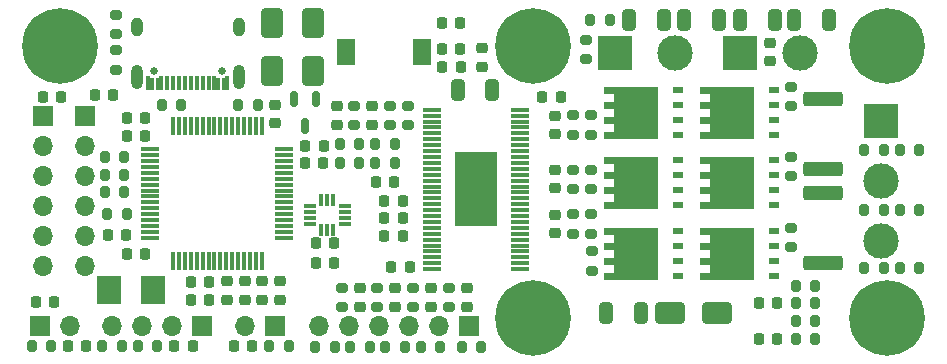
<source format=gts>
G04 #@! TF.GenerationSoftware,KiCad,Pcbnew,7.0.2-6a45011f42~172~ubuntu20.04.1*
G04 #@! TF.CreationDate,2023-05-22T19:25:16+03:00*
G04 #@! TF.ProjectId,BLDC_4,424c4443-5f34-42e6-9b69-6361645f7063,rev?*
G04 #@! TF.SameCoordinates,PX40d9900PYa21fe80*
G04 #@! TF.FileFunction,Soldermask,Top*
G04 #@! TF.FilePolarity,Negative*
%FSLAX46Y46*%
G04 Gerber Fmt 4.6, Leading zero omitted, Abs format (unit mm)*
G04 Created by KiCad (PCBNEW 7.0.2-6a45011f42~172~ubuntu20.04.1) date 2023-05-22 19:25:16*
%MOMM*%
%LPD*%
G01*
G04 APERTURE LIST*
G04 Aperture macros list*
%AMRoundRect*
0 Rectangle with rounded corners*
0 $1 Rounding radius*
0 $2 $3 $4 $5 $6 $7 $8 $9 X,Y pos of 4 corners*
0 Add a 4 corners polygon primitive as box body*
4,1,4,$2,$3,$4,$5,$6,$7,$8,$9,$2,$3,0*
0 Add four circle primitives for the rounded corners*
1,1,$1+$1,$2,$3*
1,1,$1+$1,$4,$5*
1,1,$1+$1,$6,$7*
1,1,$1+$1,$8,$9*
0 Add four rect primitives between the rounded corners*
20,1,$1+$1,$2,$3,$4,$5,0*
20,1,$1+$1,$4,$5,$6,$7,0*
20,1,$1+$1,$6,$7,$8,$9,0*
20,1,$1+$1,$8,$9,$2,$3,0*%
%AMFreePoly0*
4,1,17,2.675000,1.605000,1.875000,1.605000,1.875000,0.935000,2.675000,0.935000,2.675000,0.335000,1.875000,0.335000,1.875000,-0.335000,2.675000,-0.335000,2.675000,-0.935000,1.875000,-0.935000,1.875000,-1.605000,2.675000,-1.605000,2.675000,-2.205000,-1.875000,-2.205000,-1.875000,2.205000,2.675000,2.205000,2.675000,1.605000,2.675000,1.605000,$1*%
G04 Aperture macros list end*
%ADD10RoundRect,0.225000X0.250000X-0.225000X0.250000X0.225000X-0.250000X0.225000X-0.250000X-0.225000X0*%
%ADD11RoundRect,0.225000X-0.250000X0.225000X-0.250000X-0.225000X0.250000X-0.225000X0.250000X0.225000X0*%
%ADD12RoundRect,0.225000X-0.225000X-0.250000X0.225000X-0.250000X0.225000X0.250000X-0.225000X0.250000X0*%
%ADD13RoundRect,0.225000X0.225000X0.250000X-0.225000X0.250000X-0.225000X-0.250000X0.225000X-0.250000X0*%
%ADD14RoundRect,0.250000X0.325000X0.650000X-0.325000X0.650000X-0.325000X-0.650000X0.325000X-0.650000X0*%
%ADD15RoundRect,0.250000X-0.650000X1.000000X-0.650000X-1.000000X0.650000X-1.000000X0.650000X1.000000X0*%
%ADD16R,1.500000X2.200000*%
%ADD17FreePoly0,180.000000*%
%ADD18R,0.850000X0.500000*%
%ADD19RoundRect,0.200000X0.200000X0.275000X-0.200000X0.275000X-0.200000X-0.275000X0.200000X-0.275000X0*%
%ADD20RoundRect,0.200000X0.275000X-0.200000X0.275000X0.200000X-0.275000X0.200000X-0.275000X-0.200000X0*%
%ADD21RoundRect,0.200000X-0.200000X-0.275000X0.200000X-0.275000X0.200000X0.275000X-0.200000X0.275000X0*%
%ADD22RoundRect,0.200000X-0.275000X0.200000X-0.275000X-0.200000X0.275000X-0.200000X0.275000X0.200000X0*%
%ADD23RoundRect,0.250000X-1.425000X0.362500X-1.425000X-0.362500X1.425000X-0.362500X1.425000X0.362500X0*%
%ADD24RoundRect,0.250000X1.425000X-0.362500X1.425000X0.362500X-1.425000X0.362500X-1.425000X-0.362500X0*%
%ADD25RoundRect,0.075000X0.075000X-0.700000X0.075000X0.700000X-0.075000X0.700000X-0.075000X-0.700000X0*%
%ADD26RoundRect,0.075000X0.700000X-0.075000X0.700000X0.075000X-0.700000X0.075000X-0.700000X-0.075000X0*%
%ADD27R,1.550000X0.300000*%
%ADD28R,3.610000X6.350000*%
%ADD29R,1.000000X0.300000*%
%ADD30R,0.300000X1.000000*%
%ADD31C,6.400000*%
%ADD32RoundRect,0.250000X0.650000X-1.000000X0.650000X1.000000X-0.650000X1.000000X-0.650000X-1.000000X0*%
%ADD33R,2.000000X2.400000*%
%ADD34RoundRect,0.250000X-0.325000X-0.650000X0.325000X-0.650000X0.325000X0.650000X-0.325000X0.650000X0*%
%ADD35C,0.650000*%
%ADD36R,0.300000X1.150000*%
%ADD37O,1.000000X2.100000*%
%ADD38O,1.000000X1.600000*%
%ADD39RoundRect,0.250000X-1.000000X-0.650000X1.000000X-0.650000X1.000000X0.650000X-1.000000X0.650000X0*%
%ADD40RoundRect,0.150000X-0.150000X0.512500X-0.150000X-0.512500X0.150000X-0.512500X0.150000X0.512500X0*%
%ADD41R,1.700000X1.700000*%
%ADD42O,1.700000X1.700000*%
%ADD43R,3.000000X3.000000*%
%ADD44C,3.000000*%
G04 APERTURE END LIST*
D10*
G04 #@! TO.C,C2*
X47600000Y95000000D03*
X47600000Y96550000D03*
G04 #@! TD*
D11*
G04 #@! TO.C,C4*
X67900000Y95975000D03*
X67900000Y94425000D03*
G04 #@! TD*
G04 #@! TO.C,C5*
X58850000Y95975000D03*
X58850000Y94425000D03*
G04 #@! TD*
G04 #@! TO.C,C6*
X61850000Y95975000D03*
X61850000Y94425000D03*
G04 #@! TD*
G04 #@! TO.C,C7*
X64850000Y95975000D03*
X64850000Y94425000D03*
G04 #@! TD*
D12*
G04 #@! TO.C,C15*
X44550000Y96500000D03*
X46100000Y96500000D03*
G04 #@! TD*
D10*
G04 #@! TO.C,C16*
X51700000Y109975000D03*
X51700000Y111525000D03*
G04 #@! TD*
D13*
G04 #@! TO.C,C17*
X40675000Y108900000D03*
X39125000Y108900000D03*
G04 #@! TD*
G04 #@! TO.C,C18*
X61775000Y105000000D03*
X60225000Y105000000D03*
G04 #@! TD*
D11*
G04 #@! TO.C,C19*
X59900000Y111375000D03*
X59900000Y109825000D03*
G04 #@! TD*
D12*
G04 #@! TO.C,C20*
X60925000Y100400000D03*
X62475000Y100400000D03*
G04 #@! TD*
D11*
G04 #@! TO.C,C21*
X56900000Y111375000D03*
X56900000Y109825000D03*
G04 #@! TD*
D12*
G04 #@! TO.C,C22*
X60925000Y103400000D03*
X62475000Y103400000D03*
G04 #@! TD*
G04 #@! TO.C,C23*
X61525000Y97750000D03*
X63075000Y97750000D03*
G04 #@! TD*
G04 #@! TO.C,C24*
X31425000Y94800000D03*
X32975000Y94800000D03*
G04 #@! TD*
D13*
G04 #@! TO.C,C26*
X56675000Y99800000D03*
X55125000Y99800000D03*
G04 #@! TD*
D11*
G04 #@! TO.C,C27*
X69200000Y116300000D03*
X69200000Y114750000D03*
G04 #@! TD*
D10*
G04 #@! TO.C,C28*
X75400000Y109025000D03*
X75400000Y110575000D03*
G04 #@! TD*
G04 #@! TO.C,C29*
X75400000Y104425000D03*
X75400000Y105975000D03*
G04 #@! TD*
G04 #@! TO.C,C30*
X75400000Y100625000D03*
X75400000Y102175000D03*
G04 #@! TD*
D13*
G04 #@! TO.C,C32*
X39075000Y100500000D03*
X37525000Y100500000D03*
G04 #@! TD*
D12*
G04 #@! TO.C,C34*
X92625000Y94700000D03*
X94175000Y94700000D03*
G04 #@! TD*
G04 #@! TO.C,C36*
X92625000Y91700000D03*
X94175000Y91700000D03*
G04 #@! TD*
G04 #@! TO.C,C38*
X44550000Y95000000D03*
X46100000Y95000000D03*
G04 #@! TD*
D14*
G04 #@! TO.C,C39*
X89275000Y118700000D03*
X86325000Y118700000D03*
G04 #@! TD*
D13*
G04 #@! TO.C,C42*
X49750000Y91100000D03*
X48200000Y91100000D03*
G04 #@! TD*
D12*
G04 #@! TO.C,C45*
X34125000Y91100000D03*
X35675000Y91100000D03*
G04 #@! TD*
D13*
G04 #@! TO.C,C46*
X67375000Y118400000D03*
X65825000Y118400000D03*
G04 #@! TD*
D12*
G04 #@! TO.C,C52*
X60925000Y101900000D03*
X62475000Y101900000D03*
G04 #@! TD*
D15*
G04 #@! TO.C,D4*
X54900000Y118400000D03*
X54900000Y114400000D03*
G04 #@! TD*
D16*
G04 #@! TO.C,L1*
X64100000Y116000000D03*
X57700000Y116000000D03*
G04 #@! TD*
D17*
G04 #@! TO.C,Q1*
X82255000Y110857500D03*
D18*
X85805000Y108952500D03*
X85805000Y110222500D03*
X85805000Y111492500D03*
X85805000Y112762500D03*
G04 #@! TD*
D17*
G04 #@! TO.C,Q2*
X90355000Y110857500D03*
D18*
X93905000Y108952500D03*
X93905000Y110222500D03*
X93905000Y111492500D03*
X93905000Y112762500D03*
G04 #@! TD*
D17*
G04 #@! TO.C,Q3*
X82255000Y104905000D03*
D18*
X85805000Y103000000D03*
X85805000Y104270000D03*
X85805000Y105540000D03*
X85805000Y106810000D03*
G04 #@! TD*
D17*
G04 #@! TO.C,Q4*
X90355000Y104905000D03*
D18*
X93905000Y103000000D03*
X93905000Y104270000D03*
X93905000Y105540000D03*
X93905000Y106810000D03*
G04 #@! TD*
D17*
G04 #@! TO.C,Q5*
X82255000Y98905000D03*
D18*
X85805000Y97000000D03*
X85805000Y98270000D03*
X85805000Y99540000D03*
X85805000Y100810000D03*
G04 #@! TD*
D17*
G04 #@! TO.C,Q6*
X90355000Y98905000D03*
D18*
X93905000Y97000000D03*
X93905000Y98270000D03*
X93905000Y99540000D03*
X93905000Y100810000D03*
G04 #@! TD*
D19*
G04 #@! TO.C,R3*
X80025000Y118700000D03*
X78375000Y118700000D03*
G04 #@! TD*
D20*
G04 #@! TO.C,R4*
X78000000Y115375000D03*
X78000000Y117025000D03*
G04 #@! TD*
D19*
G04 #@! TO.C,R7*
X65650000Y91025000D03*
X64000000Y91025000D03*
G04 #@! TD*
D20*
G04 #@! TO.C,R8*
X63350000Y94375000D03*
X63350000Y96025000D03*
G04 #@! TD*
G04 #@! TO.C,R9*
X60350000Y94375000D03*
X60350000Y96025000D03*
G04 #@! TD*
G04 #@! TO.C,R10*
X57350000Y94375000D03*
X57350000Y96025000D03*
G04 #@! TD*
D19*
G04 #@! TO.C,R11*
X56725000Y91025000D03*
X55075000Y91025000D03*
G04 #@! TD*
G04 #@! TO.C,R12*
X59700000Y91025000D03*
X58050000Y91025000D03*
G04 #@! TD*
G04 #@! TO.C,R13*
X62675000Y91025000D03*
X61025000Y91025000D03*
G04 #@! TD*
D21*
G04 #@! TO.C,R14*
X51175000Y91100000D03*
X52825000Y91100000D03*
G04 #@! TD*
D19*
G04 #@! TO.C,R15*
X32725000Y91100000D03*
X31075000Y91100000D03*
G04 #@! TD*
G04 #@! TO.C,R16*
X41705000Y91100000D03*
X40055000Y91100000D03*
G04 #@! TD*
D22*
G04 #@! TO.C,R17*
X61400000Y111425000D03*
X61400000Y109775000D03*
G04 #@! TD*
D19*
G04 #@! TO.C,R18*
X61825000Y108200000D03*
X60175000Y108200000D03*
G04 #@! TD*
D22*
G04 #@! TO.C,R19*
X58400000Y111425000D03*
X58400000Y109775000D03*
G04 #@! TD*
D19*
G04 #@! TO.C,R20*
X58825000Y108200000D03*
X57175000Y108200000D03*
G04 #@! TD*
D20*
G04 #@! TO.C,R21*
X62900000Y109775000D03*
X62900000Y111425000D03*
G04 #@! TD*
D21*
G04 #@! TO.C,R23*
X101575000Y97700000D03*
X103225000Y97700000D03*
G04 #@! TD*
D19*
G04 #@! TO.C,R24*
X106225000Y97700000D03*
X104575000Y97700000D03*
G04 #@! TD*
D21*
G04 #@! TO.C,R26*
X101575000Y102600000D03*
X103225000Y102600000D03*
G04 #@! TD*
D19*
G04 #@! TO.C,R27*
X106225000Y102600000D03*
X104575000Y102600000D03*
G04 #@! TD*
D22*
G04 #@! TO.C,R28*
X78400000Y110625000D03*
X78400000Y108975000D03*
G04 #@! TD*
G04 #@! TO.C,R29*
X76900000Y110625000D03*
X76900000Y108975000D03*
G04 #@! TD*
D20*
G04 #@! TO.C,R30*
X95400000Y111400000D03*
X95400000Y113050000D03*
G04 #@! TD*
D19*
G04 #@! TO.C,R31*
X38705000Y91100000D03*
X37055000Y91100000D03*
G04 #@! TD*
D21*
G04 #@! TO.C,R32*
X101575000Y107700000D03*
X103225000Y107700000D03*
G04 #@! TD*
D19*
G04 #@! TO.C,R33*
X106225000Y107700000D03*
X104575000Y107700000D03*
G04 #@! TD*
D22*
G04 #@! TO.C,R34*
X78400000Y106025000D03*
X78400000Y104375000D03*
G04 #@! TD*
G04 #@! TO.C,R35*
X76900000Y106025000D03*
X76900000Y104375000D03*
G04 #@! TD*
G04 #@! TO.C,R36*
X95400000Y107125000D03*
X95400000Y105475000D03*
G04 #@! TD*
D21*
G04 #@! TO.C,R39*
X37275000Y104100000D03*
X38925000Y104100000D03*
G04 #@! TD*
G04 #@! TO.C,R40*
X37275000Y105600000D03*
X38925000Y105600000D03*
G04 #@! TD*
G04 #@! TO.C,R41*
X37275000Y107100000D03*
X38925000Y107100000D03*
G04 #@! TD*
D22*
G04 #@! TO.C,R42*
X78400000Y102225000D03*
X78400000Y100575000D03*
G04 #@! TD*
G04 #@! TO.C,R43*
X76900000Y102225000D03*
X76900000Y100575000D03*
G04 #@! TD*
D20*
G04 #@! TO.C,R46*
X95400000Y99450000D03*
X95400000Y101100000D03*
G04 #@! TD*
D19*
G04 #@! TO.C,R48*
X97425000Y96200000D03*
X95775000Y96200000D03*
G04 #@! TD*
G04 #@! TO.C,R49*
X97425000Y94700000D03*
X95775000Y94700000D03*
G04 #@! TD*
G04 #@! TO.C,R50*
X97425000Y93200000D03*
X95775000Y93200000D03*
G04 #@! TD*
G04 #@! TO.C,R51*
X97425000Y91700000D03*
X95775000Y91700000D03*
G04 #@! TD*
D23*
G04 #@! TO.C,R53*
X98100000Y111962500D03*
X98100000Y106037500D03*
G04 #@! TD*
D24*
G04 #@! TO.C,R54*
X98100000Y98137500D03*
X98100000Y104062500D03*
G04 #@! TD*
D25*
G04 #@! TO.C,U1*
X43050000Y98325000D03*
X43550000Y98325000D03*
X44050000Y98325000D03*
X44550000Y98325000D03*
X45050000Y98325000D03*
X45550000Y98325000D03*
X46050000Y98325000D03*
X46550000Y98325000D03*
X47050000Y98325000D03*
X47550000Y98325000D03*
X48050000Y98325000D03*
X48550000Y98325000D03*
X49050000Y98325000D03*
X49550000Y98325000D03*
X50050000Y98325000D03*
X50550000Y98325000D03*
D26*
X52475000Y100250000D03*
X52475000Y100750000D03*
X52475000Y101250000D03*
X52475000Y101750000D03*
X52475000Y102250000D03*
X52475000Y102750000D03*
X52475000Y103250000D03*
X52475000Y103750000D03*
X52475000Y104250000D03*
X52475000Y104750000D03*
X52475000Y105250000D03*
X52475000Y105750000D03*
X52475000Y106250000D03*
X52475000Y106750000D03*
X52475000Y107250000D03*
X52475000Y107750000D03*
D25*
X50550000Y109675000D03*
X50050000Y109675000D03*
X49550000Y109675000D03*
X49050000Y109675000D03*
X48550000Y109675000D03*
X48050000Y109675000D03*
X47550000Y109675000D03*
X47050000Y109675000D03*
X46550000Y109675000D03*
X46050000Y109675000D03*
X45550000Y109675000D03*
X45050000Y109675000D03*
X44550000Y109675000D03*
X44050000Y109675000D03*
X43550000Y109675000D03*
X43050000Y109675000D03*
D26*
X41125000Y107750000D03*
X41125000Y107250000D03*
X41125000Y106750000D03*
X41125000Y106250000D03*
X41125000Y105750000D03*
X41125000Y105250000D03*
X41125000Y104750000D03*
X41125000Y104250000D03*
X41125000Y103750000D03*
X41125000Y103250000D03*
X41125000Y102750000D03*
X41125000Y102250000D03*
X41125000Y101750000D03*
X41125000Y101250000D03*
X41125000Y100750000D03*
X41125000Y100250000D03*
G04 #@! TD*
D27*
G04 #@! TO.C,U3*
X64950000Y111090000D03*
X64950000Y110590000D03*
X64950000Y110090000D03*
X64950000Y109590000D03*
X64950000Y109090000D03*
X64950000Y108590000D03*
X64950000Y108090000D03*
X64950000Y107590000D03*
X64950000Y107090000D03*
X64950000Y106590000D03*
X64950000Y106090000D03*
X64950000Y105590000D03*
X64950000Y105090000D03*
X64950000Y104590000D03*
X64950000Y104090000D03*
X64950000Y103590000D03*
X64950000Y103090000D03*
X64950000Y102590000D03*
X64950000Y102090000D03*
X64950000Y101590000D03*
X64950000Y101090000D03*
X64950000Y100590000D03*
X64950000Y100090000D03*
X64950000Y99590000D03*
X64950000Y99090000D03*
X64950000Y98590000D03*
X64950000Y98090000D03*
X64950000Y97590000D03*
X72450000Y97590000D03*
X72450000Y98090000D03*
X72450000Y98590000D03*
X72450000Y99090000D03*
X72450000Y99590000D03*
X72450000Y100090000D03*
X72450000Y100590000D03*
X72450000Y101090000D03*
X72450000Y101590000D03*
X72450000Y102090000D03*
X72450000Y102590000D03*
X72450000Y103090000D03*
X72450000Y103590000D03*
X72450000Y104090000D03*
X72450000Y104590000D03*
X72450000Y105090000D03*
X72450000Y105590000D03*
X72450000Y106090000D03*
X72450000Y106590000D03*
X72450000Y107090000D03*
X72450000Y107590000D03*
X72450000Y108090000D03*
X72450000Y108590000D03*
X72450000Y109090000D03*
X72450000Y109590000D03*
X72450000Y110090000D03*
X72450000Y110590000D03*
X72450000Y111090000D03*
D28*
X68700000Y104340000D03*
G04 #@! TD*
D29*
G04 #@! TO.C,U4*
X54600000Y102950000D03*
X54600000Y102450000D03*
X54600000Y101950000D03*
X54600000Y101450000D03*
D30*
X55600000Y100950000D03*
X56100000Y100950000D03*
X56600000Y100950000D03*
D29*
X57600000Y101450000D03*
X57600000Y101950000D03*
X57600000Y102450000D03*
X57600000Y102950000D03*
D30*
X56600000Y103450000D03*
X56100000Y103450000D03*
X55600000Y103450000D03*
G04 #@! TD*
D12*
G04 #@! TO.C,C12*
X39125000Y98900000D03*
X40675000Y98900000D03*
G04 #@! TD*
G04 #@! TO.C,C13*
X39125000Y110400000D03*
X40675000Y110400000D03*
G04 #@! TD*
D13*
G04 #@! TO.C,C11*
X55775000Y106550000D03*
X54225000Y106550000D03*
G04 #@! TD*
D12*
G04 #@! TO.C,C48*
X36425000Y112300000D03*
X37975000Y112300000D03*
G04 #@! TD*
D21*
G04 #@! TO.C,R5*
X57175000Y106600000D03*
X58825000Y106600000D03*
G04 #@! TD*
G04 #@! TO.C,R44*
X60175000Y106600000D03*
X61825000Y106600000D03*
G04 #@! TD*
D12*
G04 #@! TO.C,C1*
X54250000Y108050000D03*
X55800000Y108050000D03*
G04 #@! TD*
G04 #@! TO.C,C8*
X65850000Y114700000D03*
X67400000Y114700000D03*
G04 #@! TD*
D14*
G04 #@! TO.C,C53*
X70075000Y112800000D03*
X67125000Y112800000D03*
G04 #@! TD*
G04 #@! TO.C,C40*
X82675000Y93900000D03*
X79725000Y93900000D03*
G04 #@! TD*
D31*
G04 #@! TO.C,H1*
X103500000Y116500000D03*
G04 #@! TD*
D10*
G04 #@! TO.C,C47*
X93600000Y115225000D03*
X93600000Y116775000D03*
G04 #@! TD*
D32*
G04 #@! TO.C,D5*
X51400000Y114400000D03*
X51400000Y118400000D03*
G04 #@! TD*
D22*
G04 #@! TO.C,R404*
X38180000Y116125000D03*
X38180000Y114475000D03*
G04 #@! TD*
D12*
G04 #@! TO.C,C60*
X43150000Y91100000D03*
X44700000Y91100000D03*
G04 #@! TD*
D13*
G04 #@! TO.C,C61*
X33575000Y112200000D03*
X32025000Y112200000D03*
G04 #@! TD*
D10*
G04 #@! TO.C,C503*
X49100000Y95025000D03*
X49100000Y96575000D03*
G04 #@! TD*
D33*
G04 #@! TO.C,Y1*
X41350000Y95800000D03*
X37650000Y95800000D03*
G04 #@! TD*
D31*
G04 #@! TO.C,H5*
X33500000Y116500000D03*
G04 #@! TD*
G04 #@! TO.C,H2*
X103500000Y93500000D03*
G04 #@! TD*
G04 #@! TO.C,H4*
X73500000Y116500000D03*
G04 #@! TD*
D19*
G04 #@! TO.C,R402*
X43725000Y111500000D03*
X42075000Y111500000D03*
G04 #@! TD*
D34*
G04 #@! TO.C,C43*
X95625000Y118700000D03*
X98575000Y118700000D03*
G04 #@! TD*
D35*
G04 #@! TO.C,J401*
X47190000Y114395000D03*
X41410000Y114395000D03*
D36*
X47650000Y113330000D03*
D30*
X46850000Y113260000D03*
D36*
X45550000Y113330000D03*
X44550000Y113330000D03*
X44050000Y113330000D03*
X43050000Y113330000D03*
D30*
X41750000Y113260000D03*
D36*
X40950000Y113330000D03*
D30*
X41250000Y113260000D03*
D36*
X42050000Y113330000D03*
X42550000Y113330000D03*
X43550000Y113330000D03*
X45050000Y113330000D03*
X46050000Y113330000D03*
X46550000Y113330000D03*
D30*
X47350000Y113260000D03*
D37*
X48620000Y113895000D03*
D38*
X48620000Y118075000D03*
D37*
X39980000Y113895000D03*
D38*
X39980000Y118075000D03*
G04 #@! TD*
D12*
G04 #@! TO.C,C3*
X65825000Y116200000D03*
X67375000Y116200000D03*
G04 #@! TD*
D14*
G04 #@! TO.C,C51*
X93975000Y118700000D03*
X91025000Y118700000D03*
G04 #@! TD*
D22*
G04 #@! TO.C,R403*
X38180000Y119150000D03*
X38180000Y117500000D03*
G04 #@! TD*
D12*
G04 #@! TO.C,C41*
X55150000Y98100000D03*
X56700000Y98100000D03*
G04 #@! TD*
D20*
G04 #@! TO.C,R6*
X66400000Y94375000D03*
X66400000Y96025000D03*
G04 #@! TD*
D19*
G04 #@! TO.C,R405*
X39125000Y102300000D03*
X37475000Y102300000D03*
G04 #@! TD*
D10*
G04 #@! TO.C,C502*
X50600000Y95025000D03*
X50600000Y96575000D03*
G04 #@! TD*
D22*
G04 #@! TO.C,R1*
X78500000Y99125000D03*
X78500000Y97475000D03*
G04 #@! TD*
D19*
G04 #@! TO.C,R401*
X50225000Y111500000D03*
X48575000Y111500000D03*
G04 #@! TD*
D34*
G04 #@! TO.C,C37*
X81625000Y118700000D03*
X84575000Y118700000D03*
G04 #@! TD*
D13*
G04 #@! TO.C,C62*
X75850000Y112200000D03*
X74300000Y112200000D03*
G04 #@! TD*
D39*
G04 #@! TO.C,D7*
X85100000Y93900000D03*
X89100000Y93900000D03*
G04 #@! TD*
D19*
G04 #@! TO.C,R2*
X69125000Y91000000D03*
X67475000Y91000000D03*
G04 #@! TD*
D31*
G04 #@! TO.C,H3*
X73500000Y93500000D03*
G04 #@! TD*
D10*
G04 #@! TO.C,C501*
X52100000Y95025000D03*
X52100000Y96575000D03*
G04 #@! TD*
D40*
G04 #@! TO.C,U6*
X55150000Y111987500D03*
X53250000Y111987500D03*
X54200000Y109712500D03*
G04 #@! TD*
D41*
G04 #@! TO.C,P1*
X68060000Y92800000D03*
D42*
X65520000Y92800000D03*
X62980000Y92800000D03*
X60440000Y92800000D03*
X57900000Y92800000D03*
X55360000Y92800000D03*
G04 #@! TD*
D41*
G04 #@! TO.C,P2*
X35600000Y110585000D03*
D42*
X35600000Y108045000D03*
X35600000Y105505000D03*
X35600000Y102965000D03*
X35600000Y100425000D03*
X35600000Y97885000D03*
G04 #@! TD*
D41*
G04 #@! TO.C,P11*
X45500000Y92800000D03*
D42*
X42960000Y92800000D03*
X40420000Y92800000D03*
X37880000Y92800000D03*
G04 #@! TD*
D41*
G04 #@! TO.C,P12*
X51700000Y92800000D03*
D42*
X49160000Y92800000D03*
G04 #@! TD*
D41*
G04 #@! TO.C,P13*
X31750000Y92800000D03*
D42*
X34290000Y92800000D03*
G04 #@! TD*
D41*
G04 #@! TO.C,P14*
X32000000Y110575000D03*
D42*
X32000000Y108035000D03*
X32000000Y105495000D03*
X32000000Y102955000D03*
X32000000Y100415000D03*
X32000000Y97875000D03*
G04 #@! TD*
D43*
G04 #@! TO.C,J2*
X91020000Y115900000D03*
D44*
X96100000Y115900000D03*
G04 #@! TD*
D43*
G04 #@! TO.C,J3*
X80460000Y115900000D03*
D44*
X85540000Y115900000D03*
G04 #@! TD*
D43*
G04 #@! TO.C,J1*
X103000000Y110160000D03*
D44*
X103000000Y105080000D03*
X103000000Y100000000D03*
G04 #@! TD*
M02*

</source>
